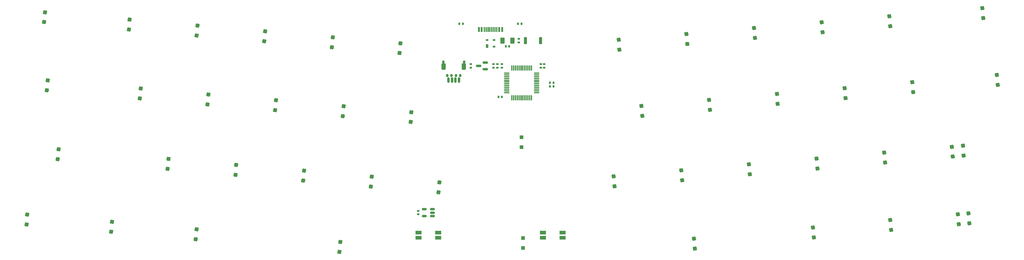
<source format=gbr>
%TF.GenerationSoftware,KiCad,Pcbnew,(7.0.0)*%
%TF.CreationDate,2024-04-21T21:37:21+02:00*%
%TF.ProjectId,Arrowhead,4172726f-7768-4656-9164-2e6b69636164,rev?*%
%TF.SameCoordinates,Original*%
%TF.FileFunction,Paste,Bot*%
%TF.FilePolarity,Positive*%
%FSLAX46Y46*%
G04 Gerber Fmt 4.6, Leading zero omitted, Abs format (unit mm)*
G04 Created by KiCad (PCBNEW (7.0.0)) date 2024-04-21 21:37:21*
%MOMM*%
%LPD*%
G01*
G04 APERTURE LIST*
G04 Aperture macros list*
%AMRoundRect*
0 Rectangle with rounded corners*
0 $1 Rounding radius*
0 $2 $3 $4 $5 $6 $7 $8 $9 X,Y pos of 4 corners*
0 Add a 4 corners polygon primitive as box body*
4,1,4,$2,$3,$4,$5,$6,$7,$8,$9,$2,$3,0*
0 Add four circle primitives for the rounded corners*
1,1,$1+$1,$2,$3*
1,1,$1+$1,$4,$5*
1,1,$1+$1,$6,$7*
1,1,$1+$1,$8,$9*
0 Add four rect primitives between the rounded corners*
20,1,$1+$1,$2,$3,$4,$5,0*
20,1,$1+$1,$4,$5,$6,$7,0*
20,1,$1+$1,$6,$7,$8,$9,0*
20,1,$1+$1,$8,$9,$2,$3,0*%
G04 Aperture macros list end*
%ADD10RoundRect,0.150000X0.587500X0.150000X-0.587500X0.150000X-0.587500X-0.150000X0.587500X-0.150000X0*%
%ADD11RoundRect,0.250000X0.272712X-0.325005X0.325005X0.272712X-0.272712X0.325005X-0.325005X-0.272712X0*%
%ADD12RoundRect,0.140000X0.140000X0.170000X-0.140000X0.170000X-0.140000X-0.170000X0.140000X-0.170000X0*%
%ADD13RoundRect,0.250000X-0.375000X-0.625000X0.375000X-0.625000X0.375000X0.625000X-0.375000X0.625000X0*%
%ADD14RoundRect,0.140000X-0.140000X-0.170000X0.140000X-0.170000X0.140000X0.170000X-0.140000X0.170000X0*%
%ADD15RoundRect,0.250000X0.325005X-0.272712X0.272712X0.325005X-0.325005X0.272712X-0.272712X-0.325005X0*%
%ADD16RoundRect,0.200000X0.200000X0.800000X-0.200000X0.800000X-0.200000X-0.800000X0.200000X-0.800000X0*%
%ADD17RoundRect,0.140000X0.170000X-0.140000X0.170000X0.140000X-0.170000X0.140000X-0.170000X-0.140000X0*%
%ADD18RoundRect,0.140000X-0.170000X0.140000X-0.170000X-0.140000X0.170000X-0.140000X0.170000X0.140000X0*%
%ADD19RoundRect,0.150000X0.512500X0.150000X-0.512500X0.150000X-0.512500X-0.150000X0.512500X-0.150000X0*%
%ADD20RoundRect,0.250000X0.300000X-0.300000X0.300000X0.300000X-0.300000X0.300000X-0.300000X-0.300000X0*%
%ADD21RoundRect,0.135000X-0.135000X-0.185000X0.135000X-0.185000X0.135000X0.185000X-0.135000X0.185000X0*%
%ADD22R,1.700000X1.000000*%
%ADD23RoundRect,0.150000X-0.150000X-0.625000X0.150000X-0.625000X0.150000X0.625000X-0.150000X0.625000X0*%
%ADD24RoundRect,0.250000X-0.350000X-0.650000X0.350000X-0.650000X0.350000X0.650000X-0.350000X0.650000X0*%
%ADD25RoundRect,0.150000X-0.150000X-0.275000X0.150000X-0.275000X0.150000X0.275000X-0.150000X0.275000X0*%
%ADD26RoundRect,0.175000X-0.175000X-0.225000X0.175000X-0.225000X0.175000X0.225000X-0.175000X0.225000X0*%
%ADD27R,0.600000X1.450000*%
%ADD28R,0.300000X1.450000*%
%ADD29R,0.700000X1.000000*%
%ADD30R,0.700000X0.600000*%
%ADD31RoundRect,0.135000X0.185000X-0.135000X0.185000X0.135000X-0.185000X0.135000X-0.185000X-0.135000X0*%
%ADD32RoundRect,0.075000X0.662500X0.075000X-0.662500X0.075000X-0.662500X-0.075000X0.662500X-0.075000X0*%
%ADD33RoundRect,0.075000X0.075000X0.662500X-0.075000X0.662500X-0.075000X-0.662500X0.075000X-0.662500X0*%
G04 APERTURE END LIST*
D10*
%TO.C,U3*%
X179531250Y-50643750D03*
X179531250Y-52543750D03*
X177656250Y-51593750D03*
%TD*%
D11*
%TO.C,D15*%
X101621432Y-62389688D03*
X101865468Y-59600342D03*
%TD*%
%TO.C,D38*%
X74578912Y-98269310D03*
X74822948Y-95479964D03*
%TD*%
D12*
%TO.C,C2*%
X184150000Y-60325000D03*
X183190000Y-60325000D03*
%TD*%
D13*
%TO.C,F1*%
X184337500Y-44450000D03*
X187137500Y-44450000D03*
%TD*%
D11*
%TO.C,D27*%
X109449870Y-82197356D03*
X109693906Y-79408010D03*
%TD*%
D14*
%TO.C,C8*%
X197643750Y-56356250D03*
X198603750Y-56356250D03*
%TD*%
D15*
%TO.C,D34*%
X272644225Y-80428062D03*
X272400189Y-77638716D03*
%TD*%
D11*
%TO.C,D30*%
X166382397Y-87178306D03*
X166626433Y-84388960D03*
%TD*%
D16*
%TO.C,SW2*%
X194981250Y-44450000D03*
X190781250Y-44450000D03*
%TD*%
D17*
%TO.C,C5*%
X184150000Y-52073750D03*
X184150000Y-51113750D03*
%TD*%
D11*
%TO.C,D40*%
X138628005Y-103872879D03*
X138872041Y-101083533D03*
%TD*%
D18*
%TO.C,C9*%
X175418750Y-51113750D03*
X175418750Y-52073750D03*
%TD*%
D19*
%TO.C,U4*%
X164650000Y-91918750D03*
X164650000Y-92868750D03*
X164650000Y-93818750D03*
X162375000Y-93818750D03*
X162375000Y-91918750D03*
%TD*%
D15*
%TO.C,D36*%
X310599243Y-77107428D03*
X310355207Y-74318082D03*
%TD*%
D11*
%TO.C,D29*%
X147404888Y-85517989D03*
X147648924Y-82728643D03*
%TD*%
D15*
%TO.C,D7*%
X217135441Y-47038915D03*
X216891405Y-44249569D03*
%TD*%
%TO.C,D20*%
X242517645Y-63941028D03*
X242273609Y-61151682D03*
%TD*%
%TO.C,D43*%
X271584518Y-99819673D03*
X271340482Y-97030327D03*
%TD*%
%TO.C,D21*%
X261495154Y-62280711D03*
X261251118Y-59491365D03*
%TD*%
D20*
%TO.C,D48*%
X190048500Y-102772500D03*
X190048500Y-99972500D03*
%TD*%
D11*
%TO.C,D17*%
X139576450Y-65710322D03*
X139820486Y-62920976D03*
%TD*%
D14*
%TO.C,C3*%
X197643750Y-57350000D03*
X198603750Y-57350000D03*
%TD*%
D11*
%TO.C,D13*%
X56549849Y-58446435D03*
X56793885Y-55657089D03*
%TD*%
D15*
%TO.C,D22*%
X280472663Y-60620394D03*
X280228627Y-57831048D03*
%TD*%
D11*
%TO.C,D2*%
X79559863Y-41336783D03*
X79803899Y-38547437D03*
%TD*%
%TO.C,D4*%
X117514881Y-44657417D03*
X117758917Y-41868071D03*
%TD*%
D15*
%TO.C,D42*%
X238247018Y-102933744D03*
X238002982Y-100144398D03*
%TD*%
D11*
%TO.C,D16*%
X120598941Y-64050005D03*
X120842977Y-61260659D03*
%TD*%
D15*
%TO.C,D47*%
X313653268Y-76800923D03*
X313409232Y-74011577D03*
%TD*%
%TO.C,D32*%
X234689207Y-83748696D03*
X234445171Y-80959350D03*
%TD*%
D11*
%TO.C,D6*%
X155469899Y-47978051D03*
X155713935Y-45188705D03*
%TD*%
%TO.C,D37*%
X50857026Y-96193914D03*
X51101062Y-93404568D03*
%TD*%
%TO.C,D26*%
X90472361Y-80537039D03*
X90716397Y-77747693D03*
%TD*%
D17*
%TO.C,C4*%
X196056250Y-52073750D03*
X196056250Y-51113750D03*
%TD*%
D15*
%TO.C,D23*%
X299450172Y-58960077D03*
X299206136Y-56170731D03*
%TD*%
D17*
%TO.C,C10*%
X181768750Y-52073750D03*
X181768750Y-51113750D03*
%TD*%
D15*
%TO.C,D46*%
X315240768Y-95850923D03*
X314996732Y-93061577D03*
%TD*%
D11*
%TO.C,D28*%
X128427379Y-83857672D03*
X128671415Y-81068326D03*
%TD*%
D21*
%TO.C,R2*%
X188686250Y-39687500D03*
X189706250Y-39687500D03*
%TD*%
D11*
%TO.C,D25*%
X59633909Y-77839024D03*
X59877945Y-75049678D03*
%TD*%
D22*
%TO.C,LED1*%
X166262499Y-99918749D03*
X166262499Y-98518749D03*
X160762499Y-98518749D03*
X160762499Y-99918749D03*
%TD*%
D15*
%TO.C,D33*%
X253666716Y-82088379D03*
X253422680Y-79299033D03*
%TD*%
%TO.C,D35*%
X291621734Y-78767745D03*
X291377698Y-75978399D03*
%TD*%
D11*
%TO.C,D14*%
X82643923Y-60729371D03*
X82887959Y-57940025D03*
%TD*%
D23*
%TO.C,J3*%
X169156250Y-55598750D03*
X170156250Y-55598750D03*
X171156250Y-55598750D03*
X172156250Y-55598750D03*
D24*
X167856250Y-51723750D03*
X173456250Y-51723750D03*
%TD*%
D11*
%TO.C,D3*%
X98537372Y-42997100D03*
X98781408Y-40207754D03*
%TD*%
%TO.C,D18*%
X158553959Y-67370639D03*
X158797995Y-64581293D03*
%TD*%
D15*
%TO.C,D45*%
X312259560Y-96084937D03*
X312015524Y-93295591D03*
%TD*%
D21*
%TO.C,R1*%
X172243750Y-39687500D03*
X173263750Y-39687500D03*
%TD*%
D20*
%TO.C,D41*%
X189706250Y-74425000D03*
X189706250Y-71625000D03*
%TD*%
D25*
%TO.C,J4*%
X168856250Y-54262500D03*
X170056250Y-54262500D03*
X171256250Y-54262500D03*
X172456250Y-54262500D03*
D26*
X167706250Y-50487500D03*
X173606250Y-50487500D03*
%TD*%
D15*
%TO.C,D10*%
X274067968Y-42057964D03*
X273823932Y-39268618D03*
%TD*%
D27*
%TO.C,J1*%
X177724999Y-41351249D03*
X178524999Y-41351249D03*
D28*
X179724999Y-41351249D03*
X180724999Y-41351249D03*
X181224999Y-41351249D03*
X182224999Y-41351249D03*
D27*
X183424999Y-41351249D03*
X184224999Y-41351249D03*
X184224999Y-41351249D03*
X183424999Y-41351249D03*
D28*
X182724999Y-41351249D03*
X181724999Y-41351249D03*
X180224999Y-41351249D03*
X179224999Y-41351249D03*
D27*
X178524999Y-41351249D03*
X177724999Y-41351249D03*
%TD*%
D17*
%TO.C,C11*%
X160737500Y-93348750D03*
X160737500Y-92388750D03*
%TD*%
D11*
%TO.C,D5*%
X136492390Y-46317734D03*
X136736426Y-43528388D03*
%TD*%
%TO.C,D1*%
X55837977Y-39261387D03*
X56082013Y-36472041D03*
%TD*%
D29*
%TO.C,U2*%
X179974999Y-45993749D03*
D30*
X179974999Y-44293749D03*
X181974999Y-44293749D03*
X181974999Y-46193749D03*
%TD*%
D15*
%TO.C,D31*%
X215711698Y-85409012D03*
X215467662Y-82619666D03*
%TD*%
%TO.C,D9*%
X255090459Y-43718281D03*
X254846423Y-40928935D03*
%TD*%
D31*
%TO.C,R3*%
X188912500Y-44960000D03*
X188912500Y-43940000D03*
%TD*%
D12*
%TO.C,C1*%
X186217500Y-46037500D03*
X185257500Y-46037500D03*
%TD*%
D11*
%TO.C,D39*%
X98300799Y-100344706D03*
X98544835Y-97555360D03*
%TD*%
D32*
%TO.C,U1*%
X193868750Y-53606250D03*
X193868750Y-54106250D03*
X193868750Y-54606250D03*
X193868750Y-55106250D03*
X193868750Y-55606250D03*
X193868750Y-56106250D03*
X193868750Y-56606250D03*
X193868750Y-57106250D03*
X193868750Y-57606250D03*
X193868750Y-58106250D03*
X193868750Y-58606250D03*
X193868750Y-59106250D03*
D33*
X192456250Y-60518750D03*
X191956250Y-60518750D03*
X191456250Y-60518750D03*
X190956250Y-60518750D03*
X190456250Y-60518750D03*
X189956250Y-60518750D03*
X189456250Y-60518750D03*
X188956250Y-60518750D03*
X188456250Y-60518750D03*
X187956250Y-60518750D03*
X187456250Y-60518750D03*
X186956250Y-60518750D03*
D32*
X185543750Y-59106250D03*
X185543750Y-58606250D03*
X185543750Y-58106250D03*
X185543750Y-57606250D03*
X185543750Y-57106250D03*
X185543750Y-56606250D03*
X185543750Y-56106250D03*
X185543750Y-55606250D03*
X185543750Y-55106250D03*
X185543750Y-54606250D03*
X185543750Y-54106250D03*
X185543750Y-53606250D03*
D33*
X186956250Y-52193750D03*
X187456250Y-52193750D03*
X187956250Y-52193750D03*
X188456250Y-52193750D03*
X188956250Y-52193750D03*
X189456250Y-52193750D03*
X189956250Y-52193750D03*
X190456250Y-52193750D03*
X190956250Y-52193750D03*
X191456250Y-52193750D03*
X191956250Y-52193750D03*
X192456250Y-52193750D03*
%TD*%
D17*
%TO.C,C7*%
X182929419Y-52073750D03*
X182929419Y-51113750D03*
%TD*%
D15*
%TO.C,D8*%
X236112950Y-45378598D03*
X235868914Y-42589252D03*
%TD*%
%TO.C,D12*%
X319139552Y-38114712D03*
X318895516Y-35325366D03*
%TD*%
%TO.C,D19*%
X223540136Y-65601345D03*
X223296100Y-62811999D03*
%TD*%
%TO.C,D24*%
X323172058Y-56884681D03*
X322928022Y-54095335D03*
%TD*%
D17*
%TO.C,C6*%
X195062500Y-52073750D03*
X195062500Y-51113750D03*
%TD*%
D22*
%TO.C,LED2*%
X201187499Y-99918749D03*
X201187499Y-98518749D03*
X195687499Y-98518749D03*
X195687499Y-99918749D03*
%TD*%
D15*
%TO.C,D11*%
X293045477Y-40397648D03*
X292801441Y-37608302D03*
%TD*%
%TO.C,D44*%
X293282051Y-97745254D03*
X293038015Y-94955908D03*
%TD*%
M02*

</source>
